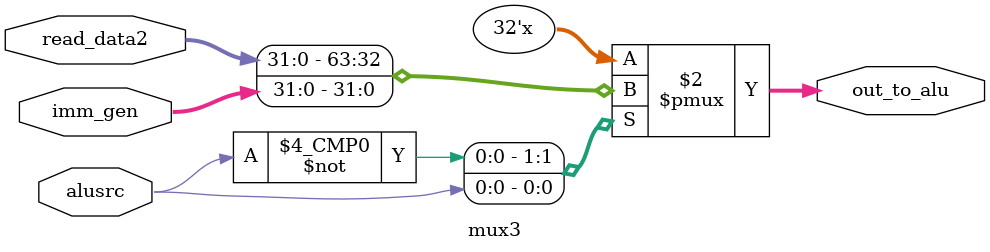
<source format=v>

module mux3(alusrc, read_data2, imm_gen, out_to_alu);
    input alusrc;
    input [31:0] read_data2;
    input [31:0] imm_gen;
    output reg [31:0] out_to_alu;
	 always@(read_data2,imm_gen,alusrc)
	 begin
	 case(alusrc)
	 0: out_to_alu<=read_data2;
	 1: out_to_alu<=imm_gen;
	 default: out_to_alu<=0; 
	 endcase
	 end


endmodule

</source>
